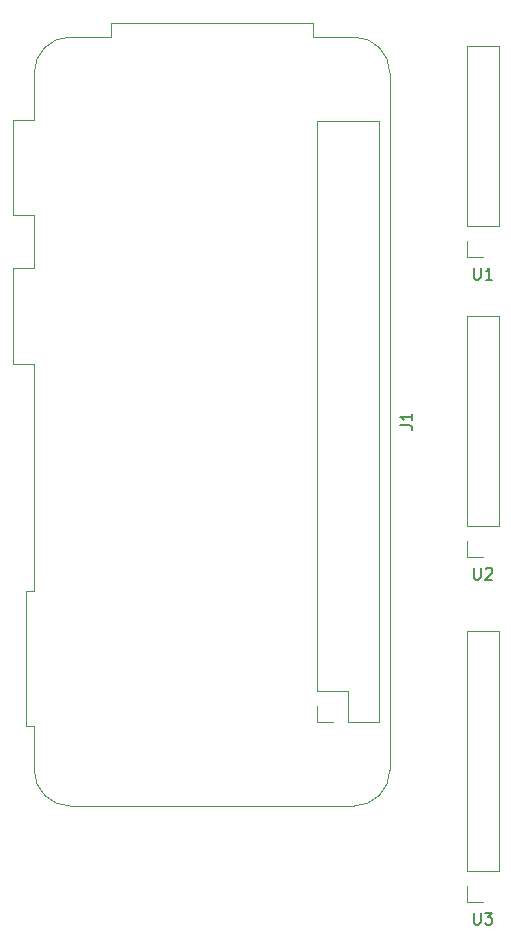
<source format=gbr>
G04 #@! TF.GenerationSoftware,KiCad,Pcbnew,(5.1.5)-3*
G04 #@! TF.CreationDate,2019-12-27T21:02:48-05:00*
G04 #@! TF.ProjectId,pi-altim,70692d61-6c74-4696-9d2e-6b696361645f,rev?*
G04 #@! TF.SameCoordinates,Original*
G04 #@! TF.FileFunction,Legend,Top*
G04 #@! TF.FilePolarity,Positive*
%FSLAX46Y46*%
G04 Gerber Fmt 4.6, Leading zero omitted, Abs format (unit mm)*
G04 Created by KiCad (PCBNEW (5.1.5)-3) date 2019-12-27 21:02:48*
%MOMM*%
%LPD*%
G04 APERTURE LIST*
%ADD10C,0.120000*%
%ADD11C,0.150000*%
G04 APERTURE END LIST*
D10*
X19160000Y-75220000D02*
G75*
G03X22220000Y-78280000I3060000J0D01*
G01*
X46220000Y-78280000D02*
G75*
G03X49280000Y-75220000I0J3060000D01*
G01*
X49280000Y-16220000D02*
G75*
G03X46220000Y-13160000I-3060000J0D01*
G01*
X49280000Y-16220000D02*
X49280000Y-75220000D01*
X46220000Y-78280000D02*
X22220000Y-78280000D01*
X19160000Y-16220000D02*
X19160000Y-20160000D01*
X25660000Y-13160000D02*
X22220000Y-13160000D01*
X22220000Y-13160000D02*
G75*
G03X19160000Y-16220000I0J-3060000D01*
G01*
X48320000Y-20260000D02*
X43120000Y-20260000D01*
X43120000Y-68580000D02*
X43120000Y-20260000D01*
X43120000Y-71180000D02*
X43120000Y-69850000D01*
X44450000Y-71180000D02*
X43120000Y-71180000D01*
X45720000Y-68580000D02*
X43120000Y-68580000D01*
X45720000Y-71180000D02*
X45720000Y-68580000D01*
X48320000Y-71180000D02*
X45720000Y-71180000D01*
X48320000Y-71180000D02*
X48320000Y-20260000D01*
X42780000Y-13160000D02*
X42780000Y-11960000D01*
X42780000Y-11960000D02*
X25660000Y-11960000D01*
X25660000Y-11960000D02*
X25660000Y-13160000D01*
X42780000Y-13160000D02*
X46220000Y-13160000D01*
X19160000Y-20160000D02*
X17360000Y-20160000D01*
X17360000Y-20160000D02*
X17360000Y-28280000D01*
X17360000Y-28280000D02*
X19160000Y-28280000D01*
X19160000Y-32760000D02*
X17360000Y-32760000D01*
X17360000Y-40880000D02*
X19160000Y-40880000D01*
X17360000Y-32760000D02*
X17360000Y-40880000D01*
X19160000Y-28280000D02*
X19160000Y-32760000D01*
X19160000Y-40880000D02*
X19160000Y-60110000D01*
X19160000Y-60110000D02*
X18460000Y-60110000D01*
X18460000Y-60110000D02*
X18460000Y-71530000D01*
X18460000Y-71530000D02*
X19160000Y-71530000D01*
X19160000Y-71530000D02*
X19160000Y-75220000D01*
X58480000Y-29210000D02*
X55820000Y-29210000D01*
X58480000Y-29210000D02*
X58480000Y-13910000D01*
X58480000Y-13910000D02*
X55820000Y-13910000D01*
X55820000Y-29210000D02*
X55820000Y-13910000D01*
X55820000Y-31810000D02*
X55820000Y-30480000D01*
X57150000Y-31810000D02*
X55820000Y-31810000D01*
X58480000Y-54610000D02*
X55820000Y-54610000D01*
X58480000Y-54610000D02*
X58480000Y-36770000D01*
X58480000Y-36770000D02*
X55820000Y-36770000D01*
X55820000Y-54610000D02*
X55820000Y-36770000D01*
X55820000Y-57210000D02*
X55820000Y-55880000D01*
X57150000Y-57210000D02*
X55820000Y-57210000D01*
X58480000Y-83820000D02*
X55820000Y-83820000D01*
X58480000Y-83820000D02*
X58480000Y-63440000D01*
X58480000Y-63440000D02*
X55820000Y-63440000D01*
X55820000Y-83820000D02*
X55820000Y-63440000D01*
X55820000Y-86420000D02*
X55820000Y-85090000D01*
X57150000Y-86420000D02*
X55820000Y-86420000D01*
D11*
X50172380Y-46053333D02*
X50886666Y-46053333D01*
X51029523Y-46100952D01*
X51124761Y-46196190D01*
X51172380Y-46339047D01*
X51172380Y-46434285D01*
X51172380Y-45053333D02*
X51172380Y-45624761D01*
X51172380Y-45339047D02*
X50172380Y-45339047D01*
X50315238Y-45434285D01*
X50410476Y-45529523D01*
X50458095Y-45624761D01*
X56388095Y-32702380D02*
X56388095Y-33511904D01*
X56435714Y-33607142D01*
X56483333Y-33654761D01*
X56578571Y-33702380D01*
X56769047Y-33702380D01*
X56864285Y-33654761D01*
X56911904Y-33607142D01*
X56959523Y-33511904D01*
X56959523Y-32702380D01*
X57959523Y-33702380D02*
X57388095Y-33702380D01*
X57673809Y-33702380D02*
X57673809Y-32702380D01*
X57578571Y-32845238D01*
X57483333Y-32940476D01*
X57388095Y-32988095D01*
X56388095Y-58102380D02*
X56388095Y-58911904D01*
X56435714Y-59007142D01*
X56483333Y-59054761D01*
X56578571Y-59102380D01*
X56769047Y-59102380D01*
X56864285Y-59054761D01*
X56911904Y-59007142D01*
X56959523Y-58911904D01*
X56959523Y-58102380D01*
X57388095Y-58197619D02*
X57435714Y-58150000D01*
X57530952Y-58102380D01*
X57769047Y-58102380D01*
X57864285Y-58150000D01*
X57911904Y-58197619D01*
X57959523Y-58292857D01*
X57959523Y-58388095D01*
X57911904Y-58530952D01*
X57340476Y-59102380D01*
X57959523Y-59102380D01*
X56388095Y-87312380D02*
X56388095Y-88121904D01*
X56435714Y-88217142D01*
X56483333Y-88264761D01*
X56578571Y-88312380D01*
X56769047Y-88312380D01*
X56864285Y-88264761D01*
X56911904Y-88217142D01*
X56959523Y-88121904D01*
X56959523Y-87312380D01*
X57340476Y-87312380D02*
X57959523Y-87312380D01*
X57626190Y-87693333D01*
X57769047Y-87693333D01*
X57864285Y-87740952D01*
X57911904Y-87788571D01*
X57959523Y-87883809D01*
X57959523Y-88121904D01*
X57911904Y-88217142D01*
X57864285Y-88264761D01*
X57769047Y-88312380D01*
X57483333Y-88312380D01*
X57388095Y-88264761D01*
X57340476Y-88217142D01*
M02*

</source>
